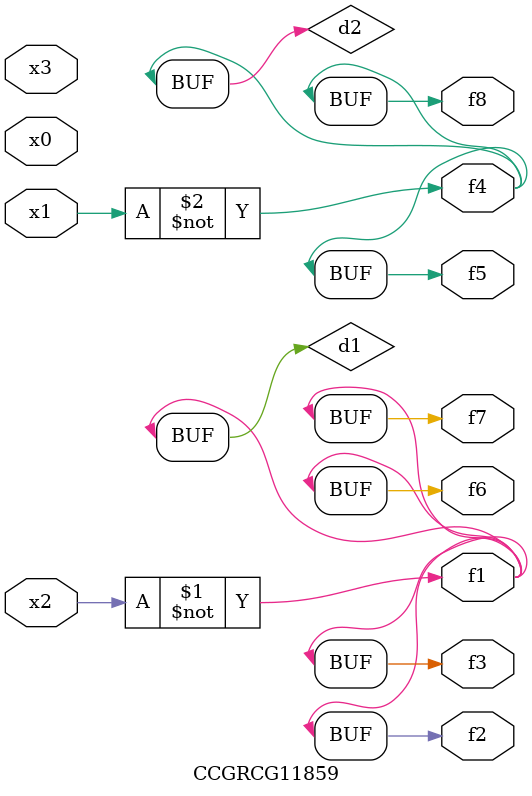
<source format=v>
module CCGRCG11859(
	input x0, x1, x2, x3,
	output f1, f2, f3, f4, f5, f6, f7, f8
);

	wire d1, d2;

	xnor (d1, x2);
	not (d2, x1);
	assign f1 = d1;
	assign f2 = d1;
	assign f3 = d1;
	assign f4 = d2;
	assign f5 = d2;
	assign f6 = d1;
	assign f7 = d1;
	assign f8 = d2;
endmodule

</source>
